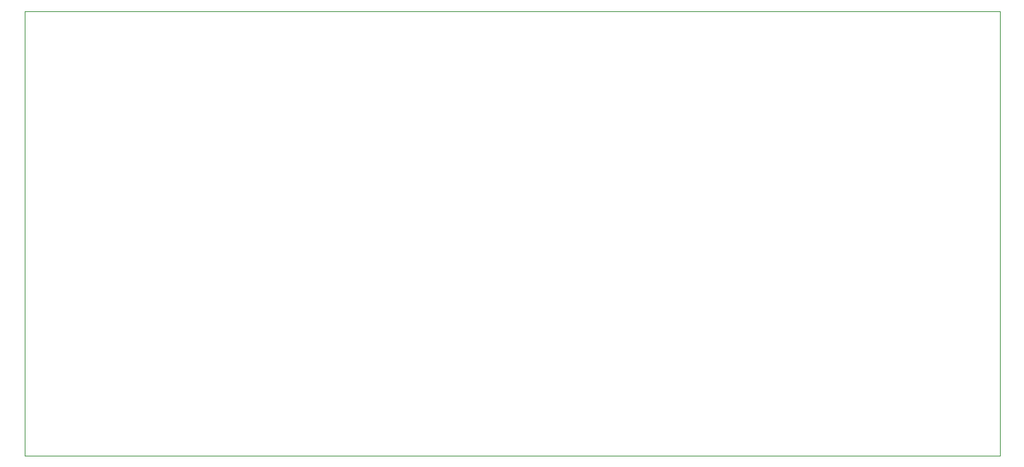
<source format=gm1>
G04 #@! TF.GenerationSoftware,KiCad,Pcbnew,(5.1.5)-3*
G04 #@! TF.CreationDate,2020-05-07T09:23:51-07:00*
G04 #@! TF.ProjectId,Pcb,5063622e-6b69-4636-9164-5f7063625858,rev?*
G04 #@! TF.SameCoordinates,Original*
G04 #@! TF.FileFunction,Profile,NP*
%FSLAX46Y46*%
G04 Gerber Fmt 4.6, Leading zero omitted, Abs format (unit mm)*
G04 Created by KiCad (PCBNEW (5.1.5)-3) date 2020-05-07 09:23:51*
%MOMM*%
%LPD*%
G04 APERTURE LIST*
%ADD10C,0.050000*%
G04 APERTURE END LIST*
D10*
X146050000Y-31750000D02*
X95250000Y-31750000D01*
X146050000Y-85090000D02*
X146050000Y-31750000D01*
X29210000Y-85090000D02*
X146050000Y-85090000D01*
X29210000Y-83820000D02*
X29210000Y-85090000D01*
X29210000Y-81280000D02*
X29210000Y-83820000D01*
X29210000Y-31750000D02*
X29210000Y-81280000D01*
X95250000Y-31750000D02*
X29210000Y-31750000D01*
M02*

</source>
